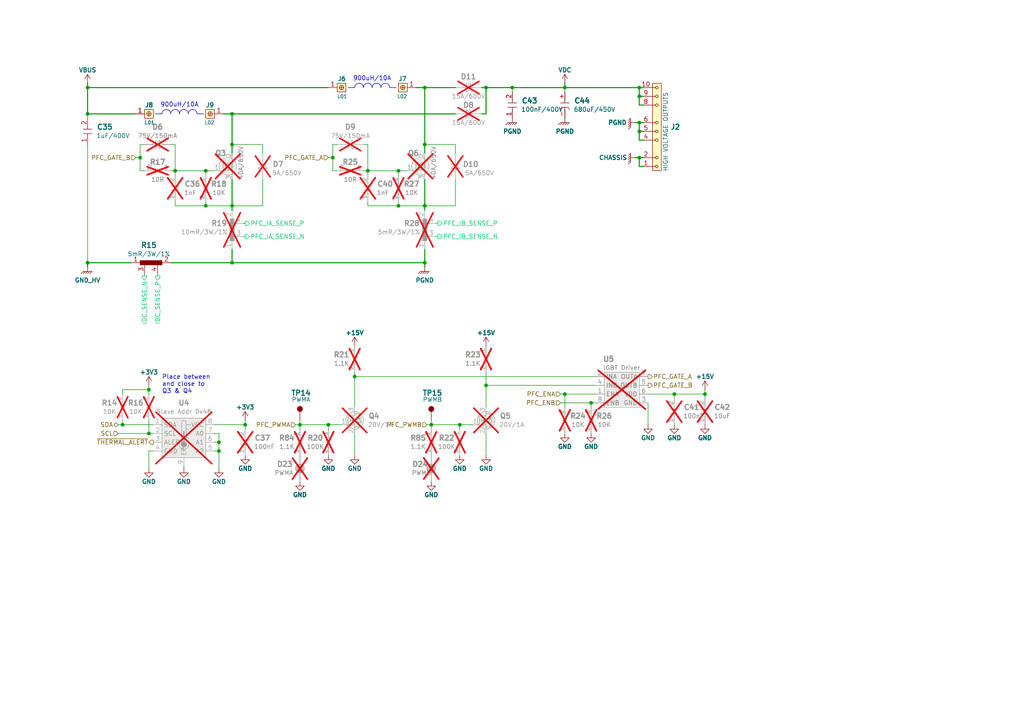
<source format=kicad_sch>
(kicad_sch (version 20231120) (generator "eeschema") (generator_version "8.0")
  (paper "A4")
  (title_block (title "POWER SUPPLY UNIT") (date "2023-10-14") (rev "0.0") (company "TON DUC THANG UNIVERSITY") (comment 1 "Schematic Designed by ...") (comment 2 "PCB Designed by ...") (comment 3 "Approved by ..."))
  (lib_symbols
    (symbol "SAMPI:AT30TS74"
      (property "Reference" "U" (at 0 0 0))
      (property "Value" "AT30TS74" (at 0 -1.905 0))
      (symbol "AT30TS74_1_1"
        (pin bidirectional line (at -2.54 -5.08 0) (length 2.54) (name "SDA") (number "1"))
        (pin input line (at -2.54 -7.62 0) (length 2.54) (name "SCL") (number "2"))
        (pin output line (at -2.54 -10.16 0) (length 2.54) (name "ALERT") (number "3"))
        (pin power_in line (at -2.54 -12.7 0) (length 2.54) (name "GND") (number "4"))
        (pin input line (at 15.24 -12.7 180) (length 2.54) (name "A2") (number "5"))
        (pin input line (at 15.24 -10.16 180) (length 2.54) (name "A1") (number "6"))
        (pin input line (at 15.24 -7.62 180) (length 2.54) (name "A0") (number "7"))
        (pin power_in line (at 15.24 -5.08 180) (length 2.54) (name "VCC") (number "8"))
        (pin passive line (at 6.35 -17.145 90) (length 2.54) (name "EP") (number "9"))
      )
    )
    (symbol "SAMPI:BLED" (pin_numbers hide) (pin_names hide)
      (property "Reference" "D" (at 0 0 0))
      (property "Value" "BLED" (at 0 -1.905 0))
      (symbol "BLED_1_1"
        (pin bidirectional line (at -1.905 -4.445 0) (length 2.54) (name "A") (number "A"))
        (pin bidirectional line (at 5.715 -4.445 180) (length 2.54) (name "K") (number "K"))
      )
    )
    (symbol "SAMPI:CERCAP" (pin_names hide)
      (property "Reference" "C" (at -1.905 1.905 0))
      (property "Value" "CerCap" (at -1.905 0 0))
      (symbol "CERCAP_1_1"
        (pin bidirectional line (at -2.54 -2.54 0) (length 2.54) (name "1") (number "1"))
        (pin bidirectional line (at 5.08 -2.54 180) (length 2.54) (name "2") (number "2"))
      )
    )
    (symbol "SAMPI:CHASSIS" (power) (pin_names (offset 0))
      (property "Value" "CHASSIS" (at 0 -3.81 0))
      (symbol "CHASSIS_1_1"
        (pin power_in line (at 0 0 180) (length 0) hide (name "CHASSIS") (number "1"))
      )
    )
    (symbol "SAMPI:DIODE-REC" (pin_numbers hide) (pin_names hide)
      (property "Reference" "D" (at -3.175 0 0))
      (property "Value" "DIODE-REC" (at -3.175 -1.905 0))
      (symbol "DIODE-REC_1_1"
        (pin bidirectional line (at -3.175 -4.445 0) (length 2.54) (name "A") (number "A"))
        (pin bidirectional line (at 4.445 -4.445 180) (length 2.54) (name "K") (number "K"))
      )
    )
    (symbol "SAMPI:DIODE-SCH" (pin_numbers hide) (pin_names hide)
      (property "Reference" "D" (at 0 0 0))
      (property "Value" "DIODE-SCH" (at 0 -1.905 0))
      (symbol "DIODE-SCH_1_1"
        (pin bidirectional line (at 0 -5.08 0) (length 2.54) (name "A") (number "A"))
        (pin bidirectional line (at 7.62 -5.08 180) (length 2.54) (name "K") (number "K"))
      )
    )
    (symbol "SAMPI:ELECCAP" (pin_names hide)
      (property "Reference" "C" (at -1.905 1.905 0))
      (property "Value" "Cer Cap" (at -1.905 0 0))
      (symbol "ELECCAP_1_1"
        (pin bidirectional line (at -2.54 -2.54 0) (length 2.54) (name "+") (number "+"))
        (pin bidirectional line (at 5.08 -2.54 180) (length 2.54) (name "-") (number "-"))
      )
    )
    (symbol "SAMPI:FET_N-CH" (pin_names hide)
      (property "Reference" "Q" (at 1.27 1.27 0))
      (property "Value" "MFET N" (at 1.27 -1.27 0))
      (symbol "FET_N-CH_1_1"
        (pin bidirectional line (at 0 -5.08 0) (length 1.27) (name "G") (number "1"))
        (pin bidirectional line (at 3.81 -7.62 90) (length 1.27) (name "S") (number "2"))
        (pin bidirectional line (at 3.81 0 270) (length 1.27) (name "D") (number "3"))
      )
    )
    (symbol "SAMPI:GND_HV" (power) (pin_names (offset 0))
      (property "Value" "GND_HV" (at -0.635 -3.175 0))
      (symbol "GND_HV_1_1"
        (pin power_in line (at 0 0 90) (length 0) hide (name "GND_HV") (number "1"))
      )
    )
    (symbol "SAMPI:IGBT" (pin_names hide)
      (property "Reference" "Q" (at 0 0 0))
      (property "Value" "IGBT" (at 0 -2.54 0))
      (symbol "IGBT_1_1"
        (pin bidirectional line (at 2.54 -6.35 0) (length 1.27) (name "G") (number "1"))
        (pin bidirectional line (at 7.62 -1.27 270) (length 1.27) (name "D") (number "2"))
        (pin bidirectional line (at 7.62 -8.89 90) (length 1.27) (name "S") (number "3"))
      )
    )
    (symbol "SAMPI:MCP14E4"
      (property "Reference" "U" (at 0 0 0))
      (property "Value" "MCP14E4" (at 0 -1.905 0))
      (symbol "MCP14E4_1_1"
        (pin input line (at -2.54 -9.525 0) (length 2.54) (name "ENA") (number "1"))
        (pin input line (at -2.54 -4.445 0) (length 2.54) (name "INA") (number "2"))
        (pin power_in line (at 12.7 -12.065 180) (length 2.54) (name "GND") (number "3"))
        (pin input line (at -2.54 -6.985 0) (length 2.54) (name "INB") (number "4"))
        (pin output line (at 12.7 -6.985 180) (length 2.54) (name "OUTB") (number "5"))
        (pin power_in line (at 12.7 -9.525 180) (length 2.54) (name "VDD") (number "6"))
        (pin output line (at 12.7 -4.445 180) (length 2.54) (name "OUTA") (number "7"))
        (pin input line (at -2.54 -12.065 0) (length 2.54) (name "ENB") (number "8"))
      )
    )
    (symbol "SAMPI:PGND" (power) (pin_names (offset 0))
      (property "Value" "PGND" (at 0 -3.175 0))
      (symbol "PGND_1_1"
        (pin power_in line (at 0 0 90) (length 0) hide (name "PGND") (number "1"))
      )
    )
    (symbol "SAMPI:RES" (pin_names hide)
      (property "Reference" "R" (at 0 1.905 0))
      (property "Value" "RES" (at 0 0 0))
      (symbol "RES_1_1"
        (pin bidirectional line (at -2.54 -2.54 0) (length 2.54) (name "1") (number "1"))
        (pin bidirectional line (at 5.08 -2.54 180) (length 2.54) (name "2") (number "2"))
      )
    )
    (symbol "SAMPI:SHUNT" (pin_names hide)
      (property "Reference" "R" (at 0 0 0))
      (property "Value" "SHUNT" (at 0 -1.905 0))
      (symbol "SHUNT_1_1"
        (pin passive line (at -2.54 -4.445 0) (length 2.54) (name "1") (number "1"))
        (pin passive line (at 8.89 -4.445 180) (length 2.54) (name "2") (number "2"))
        (pin passive line (at 1.27 -7.62 90) (length 2.54) (name "3") (number "3"))
        (pin passive line (at 5.08 -7.62 90) (length 2.54) (name "4") (number "4"))
      )
    )
    (symbol "SAMPI:SIL01" (pin_names hide)
      (property "Reference" "J" (at 0 0 0))
      (property "Value" "SIL01" (at 0 -1.905 0))
      (symbol "SIL01_1_1"
        (pin bidirectional line (at -3.81 -4.445 0) (length 2.54) (name "1") (number "1"))
      )
    )
    (symbol "SAMPI:SIL10" (pin_names hide)
      (property "Reference" "J2" (at 7.62 -15.24 0))
      (property "Value" "HIGH VOLTAGE OUTPUTS" (at 6.35 -25.4 90))
      (symbol "SIL10_1_0"
        (pin passive line (at 0 -3.81 0) (length 1.27) (name "1") (number "1"))
        (pin passive line (at 0 -26.67 0) (length 1.27) (name "10") (number "10"))
        (pin passive line (at 0 -6.35 0) (length 1.27) (name "2") (number "2"))
        (pin passive line (at 0 -11.43 0) (length 1.27) (name "4") (number "4"))
        (pin passive line (at 0 -13.97 0) (length 1.27) (name "5") (number "5"))
        (pin passive line (at 0 -16.51 0) (length 1.27) (name "6") (number "6"))
        (pin passive line (at 0 -21.59 0) (length 1.27) (name "8") (number "8"))
        (pin passive line (at 0 -24.13 0) (length 1.27) (name "9") (number "9"))
      )
    )
    (symbol "SAMPI:TESTPOINT" (pin_numbers hide) (pin_names hide)
      (property "Reference" "TP1" (at 0 4.445 0))
      (property "Value" "TP" (at 0 2.54 0))
      (symbol "TESTPOINT_1_1"
        (pin passive line (at 0 -2.54 90) (length 2.54) (name "") (number "1"))
      )
    )
    (symbol "SAMPI:YLED" (pin_numbers hide) (pin_names hide)
      (property "Reference" "D" (at 0 0 0))
      (property "Value" "YLED" (at 1.27 -1.905 0))
      (symbol "YLED_1_1"
        (pin bidirectional line (at -3.81 -5.08 0) (length 2.54) (name "A") (number "A"))
        (pin bidirectional line (at 3.81 -5.08 180) (length 2.54) (name "K") (number "K"))
      )
    )
    (symbol "power:+15V" (power) (pin_names (offset 0))
      (property "Value" "+15V" (at 0 3.556 0))
      (symbol "+15V_1_1"
        (pin power_in line (at 0 0 90) (length 0) hide (name "+15V") (number "1"))
      )
    )
    (symbol "power:+3V3" (power) (pin_names (offset 0))
      (property "Value" "+3V3" (at 0 3.556 0))
      (symbol "+3V3_1_1"
        (pin power_in line (at 0 0 90) (length 0) hide (name "+3V3") (number "1"))
      )
    )
    (symbol "power:GND" (power) (pin_names (offset 0))
      (property "Value" "GND" (at 0 -3.81 0))
      (symbol "GND_1_1"
        (pin power_in line (at 0 0 270) (length 0) hide (name "GND") (number "1"))
      )
    )
    (symbol "power:VBUS" (power) (pin_names (offset 0))
      (property "Value" "VBUS" (at 0 3.81 0))
      (symbol "VBUS_1_1"
        (pin power_in line (at 0 0 90) (length 0) hide (name "VBUS") (number "1"))
      )
    )
    (symbol "power:VDC" (power) (pin_names (offset 0))
      (property "Value" "VDC" (at 0 6.35 0))
      (symbol "VDC_1_1"
        (pin power_in line (at 0 0 90) (length 0) hide (name "VDC") (number "1"))
      )
    )
  )
  (junction (at 106.68 49.53))
  (junction (at 185.42 35.56))
  (junction (at 86.995 123.19))
  (junction (at 133.35 123.19))
  (junction (at 40.64 45.72))
  (junction (at 25.4 76.2))
  (junction (at 185.42 27.94))
  (junction (at 185.42 25.4))
  (junction (at 185.42 45.72))
  (junction (at 140.97 25.4))
  (junction (at 148.59 25.4))
  (junction (at 102.87 109.22))
  (junction (at 140.97 111.76))
  (junction (at 96.52 45.72))
  (junction (at 50.8 49.53))
  (junction (at 125.095 123.19))
  (junction (at 123.19 41.91))
  (junction (at 25.4 25.4))
  (junction (at 35.56 123.19))
  (junction (at 163.83 25.4))
  (junction (at 123.19 59.69))
  (junction (at 63.5 128.27))
  (junction (at 185.42 38.1))
  (junction (at 204.47 114.3))
  (junction (at 195.58 114.3))
  (junction (at 59.69 49.53))
  (junction (at 115.57 49.53))
  (junction (at 59.69 59.69))
  (junction (at 95.25 123.19))
  (junction (at 67.31 41.91))
  (junction (at 71.12 123.19))
  (junction (at 123.19 25.4))
  (junction (at 115.57 59.69))
  (junction (at 63.5 130.81))
  (junction (at 67.31 76.2))
  (junction (at 67.31 33.02))
  (junction (at 163.83 114.3))
  (junction (at 171.45 116.84))
  (junction (at 25.4 33.02))
  (junction (at 123.19 76.2))
  (junction (at 43.18 125.73))
  (junction (at 67.31 59.69))
  (junction (at 43.18 113.03))
  (wire (pts (xy 85.725 123.19) (xy 86.995 123.19)))
  (wire (pts (xy 123.19 52.07) (xy 123.19 59.69)) (stroke (width 0.3)))
  (wire (pts (xy 59.69 59.69) (xy 59.69 58.42)))
  (wire (pts (xy 49.53 76.2) (xy 67.31 76.2)) (stroke (width 0.3)))
  (wire (pts (xy 63.5 125.73) (xy 62.23 125.73)))
  (wire (pts (xy 186.69 48.26) (xy 185.42 48.26)) (stroke (width 0.3)))
  (wire (pts (xy 106.68 49.53) (xy 115.57 49.53)))
  (wire (pts (xy 76.2 52.07) (xy 76.2 59.69)))
  (wire (pts (xy 96.52 49.53) (xy 96.52 45.72)))
  (wire (pts (xy 105.41 41.91) (xy 106.68 41.91)))
  (wire (pts (xy 35.56 121.92) (xy 35.56 123.19)))
  (wire (pts (xy 86.995 123.19) (xy 86.995 124.46)))
  (wire (pts (xy 67.31 59.69) (xy 67.31 60.96)) (stroke (width 0.3)))
  (wire (pts (xy 102.87 107.95) (xy 102.87 109.22)))
  (wire (pts (xy 115.57 59.69) (xy 123.19 59.69)))
  (wire (pts (xy 163.83 24.13) (xy 163.83 25.4)) (stroke (width 0.3)))
  (wire (pts (xy 49.53 41.91) (xy 50.8 41.91)))
  (wire (pts (xy 132.08 41.91) (xy 123.19 41.91)))
  (wire (pts (xy 67.31 59.69) (xy 76.2 59.69)))
  (wire (pts (xy 95.25 124.46) (xy 95.25 123.19)))
  (wire (pts (xy 162.56 114.3) (xy 163.83 114.3)))
  (wire (pts (xy 25.4 33.02) (xy 25.4 34.29)))
  (wire (pts (xy 185.42 48.26) (xy 185.42 45.72)) (stroke (width 0.3)))
  (wire (pts (xy 123.19 25.4) (xy 132.08 25.4)) (stroke (width 0.3)))
  (wire (pts (xy 123.825 123.19) (xy 125.095 123.19)))
  (wire (pts (xy 43.18 125.73) (xy 44.45 125.73)))
  (wire (pts (xy 123.19 59.69) (xy 123.19 60.96)) (stroke (width 0.3)))
  (wire (pts (xy 67.31 33.02) (xy 132.08 33.02)) (stroke (width 0.3)))
  (wire (pts (xy 71.12 123.19) (xy 71.12 124.46)))
  (wire (pts (xy 123.19 59.69) (xy 132.08 59.69)))
  (wire (pts (xy 123.19 72.39) (xy 123.19 76.2)) (stroke (width 0.3)))
  (wire (pts (xy 171.45 116.84) (xy 172.72 116.84)))
  (wire (pts (xy 106.68 59.69) (xy 115.57 59.69)))
  (wire (pts (xy 105.41 49.53) (xy 106.68 49.53)))
  (wire (pts (xy 125.095 121.92) (xy 125.095 123.19)))
  (wire (pts (xy 49.53 49.53) (xy 50.8 49.53)))
  (wire (pts (xy 50.8 49.53) (xy 50.8 50.8)))
  (wire (pts (xy 64.77 33.02) (xy 67.31 33.02)) (stroke (width 0.3)))
  (wire (pts (xy 185.42 27.94) (xy 186.69 27.94)) (stroke (width 0.3)))
  (wire (pts (xy 25.4 25.4) (xy 95.25 25.4)) (stroke (width 0.3)))
  (wire (pts (xy 95.25 45.72) (xy 96.52 45.72)))
  (wire (pts (xy 25.4 25.4) (xy 25.4 33.02)) (stroke (width 0.3)))
  (wire (pts (xy 186.69 25.4) (xy 185.42 25.4)) (stroke (width 0.3)))
  (wire (pts (xy 67.31 72.39) (xy 67.31 76.2)) (stroke (width 0.3)))
  (wire (pts (xy 25.4 24.13) (xy 25.4 25.4)) (stroke (width 0.3)))
  (polyline (pts (xy 102.235 25.4) (xy 102.87 25.4)))
  (wire (pts (xy 67.31 52.07) (xy 67.31 59.69)) (stroke (width 0.3)))
  (wire (pts (xy 171.45 118.11) (xy 171.45 116.84)))
  (polyline (pts (xy 100.965 25.4) (xy 102.235 25.4)))
  (wire (pts (xy 40.64 45.72) (xy 40.64 41.91)))
  (wire (pts (xy 172.72 114.3) (xy 163.83 114.3)))
  (wire (pts (xy 96.52 45.72) (xy 96.52 41.91)))
  (wire (pts (xy 86.995 121.92) (xy 86.995 123.19)))
  (wire (pts (xy 35.56 113.03) (xy 43.18 113.03)))
  (wire (pts (xy 39.37 45.72) (xy 40.64 45.72)))
  (wire (pts (xy 96.52 41.91) (xy 97.79 41.91)))
  (wire (pts (xy 106.68 49.53) (xy 106.68 50.8)))
  (wire (pts (xy 185.42 40.64) (xy 185.42 38.1)) (stroke (width 0.3)))
  (wire (pts (xy 106.68 41.91) (xy 106.68 49.53)))
  (wire (pts (xy 139.7 33.02) (xy 140.97 33.02)) (stroke (width 0.3)))
  (wire (pts (xy 185.42 25.4) (xy 185.42 27.94)) (stroke (width 0.3)))
  (wire (pts (xy 185.42 27.94) (xy 185.42 30.48)) (stroke (width 0.3)))
  (wire (pts (xy 40.64 49.53) (xy 40.64 45.72)))
  (wire (pts (xy 97.79 49.53) (xy 96.52 49.53)))
  (wire (pts (xy 43.18 130.81) (xy 44.45 130.81)))
  (wire (pts (xy 34.29 123.19) (xy 35.56 123.19)))
  (wire (pts (xy 35.56 114.3) (xy 35.56 113.03)))
  (wire (pts (xy 67.31 76.2) (xy 123.19 76.2)) (stroke (width 0.3)))
  (wire (pts (xy 59.69 49.53) (xy 59.69 50.8)))
  (wire (pts (xy 163.83 114.3) (xy 163.83 118.11)))
  (wire (pts (xy 40.64 41.91) (xy 41.91 41.91)))
  (wire (pts (xy 163.83 25.4) (xy 185.42 25.4)) (stroke (width 0.3)))
  (wire (pts (xy 25.4 76.2) (xy 38.1 76.2)) (stroke (width 0.3)))
  (wire (pts (xy 95.25 123.19) (xy 99.06 123.19)))
  (wire (pts (xy 106.68 59.69) (xy 106.68 58.42)))
  (wire (pts (xy 187.96 114.3) (xy 195.58 114.3)))
  (wire (pts (xy 187.96 116.84) (xy 187.96 123.19)))
  (polyline (pts (xy 57.785 33.02) (xy 59.055 33.02)))
  (wire (pts (xy 25.4 33.02) (xy 39.37 33.02)) (stroke (width 0.3)))
  (wire (pts (xy 140.97 111.76) (xy 140.97 118.11)))
  (wire (pts (xy 148.59 25.4) (xy 163.83 25.4)) (stroke (width 0.3)))
  (wire (pts (xy 185.42 45.72) (xy 186.69 45.72)) (stroke (width 0.3)))
  (wire (pts (xy 102.87 109.22) (xy 102.87 118.11)))
  (wire (pts (xy 53.34 135.255) (xy 53.34 135.89)))
  (wire (pts (xy 25.4 41.91) (xy 25.4 76.2)))
  (wire (pts (xy 50.8 59.69) (xy 59.69 59.69)))
  (wire (pts (xy 115.57 59.69) (xy 115.57 58.42)))
  (wire (pts (xy 140.97 25.4) (xy 148.59 25.4)) (stroke (width 0.3)))
  (wire (pts (xy 132.08 52.07) (xy 132.08 59.69)))
  (wire (pts (xy 115.57 49.53) (xy 118.11 49.53)))
  (wire (pts (xy 133.35 123.19) (xy 125.095 123.19)))
  (wire (pts (xy 102.87 132.08) (xy 102.87 125.73)))
  (wire (pts (xy 71.12 68.58) (xy 70.485 68.58)))
  (wire (pts (xy 50.8 41.91) (xy 50.8 49.53)))
  (polyline (pts (xy 57.15 33.02) (xy 57.785 33.02)))
  (wire (pts (xy 62.23 123.19) (xy 71.12 123.19)))
  (wire (pts (xy 123.19 41.91) (xy 123.19 44.45)) (stroke (width 0.3)))
  (wire (pts (xy 162.56 116.84) (xy 171.45 116.84)))
  (wire (pts (xy 127 64.77) (xy 126.365 64.77)))
  (wire (pts (xy 62.23 130.81) (xy 63.5 130.81)))
  (wire (pts (xy 67.31 41.91) (xy 67.31 44.45)) (stroke (width 0.3)))
  (wire (pts (xy 43.18 135.89) (xy 43.18 130.81)))
  (wire (pts (xy 71.12 64.77) (xy 70.485 64.77)))
  (wire (pts (xy 185.42 38.1) (xy 185.42 35.56)) (stroke (width 0.3)))
  (wire (pts (xy 123.19 76.2) (xy 123.19 77.47)) (stroke (width 0.3)))
  (wire (pts (xy 71.12 121.92) (xy 71.12 123.19)))
  (wire (pts (xy 204.47 114.3) (xy 204.47 115.57)))
  (wire (pts (xy 133.35 124.46) (xy 133.35 123.19)))
  (wire (pts (xy 133.35 123.19) (xy 137.16 123.19)))
  (wire (pts (xy 41.91 49.53) (xy 40.64 49.53)))
  (polyline (pts (xy 113.665 25.4) (xy 114.935 25.4)))
  (wire (pts (xy 185.42 38.1) (xy 186.69 38.1)) (stroke (width 0.3)))
  (wire (pts (xy 204.47 113.03) (xy 204.47 114.3)))
  (wire (pts (xy 139.7 25.4) (xy 140.97 25.4)) (stroke (width 0.3)))
  (wire (pts (xy 35.56 123.19) (xy 44.45 123.19)))
  (wire (pts (xy 127 68.58) (xy 126.365 68.58)))
  (wire (pts (xy 140.97 25.4) (xy 140.97 33.02)) (stroke (width 0.3)))
  (wire (pts (xy 195.58 114.3) (xy 195.58 115.57)))
  (wire (pts (xy 120.65 25.4) (xy 123.19 25.4)) (stroke (width 0.3)))
  (wire (pts (xy 184.15 35.56) (xy 185.42 35.56)) (stroke (width 0.3)))
  (wire (pts (xy 50.8 49.53) (xy 59.69 49.53)))
  (wire (pts (xy 148.59 25.4) (xy 148.59 26.67)))
  (wire (pts (xy 41.91 80.01) (xy 41.91 79.375)))
  (wire (pts (xy 63.5 128.27) (xy 63.5 125.73)))
  (wire (pts (xy 43.18 113.03) (xy 43.18 114.3)))
  (wire (pts (xy 185.42 35.56) (xy 186.69 35.56)) (stroke (width 0.3)))
  (wire (pts (xy 102.87 109.22) (xy 172.72 109.22)))
  (wire (pts (xy 186.69 30.48) (xy 185.42 30.48)) (stroke (width 0.3)))
  (wire (pts (xy 140.97 107.95) (xy 140.97 111.76)))
  (wire (pts (xy 140.97 111.76) (xy 172.72 111.76)))
  (wire (pts (xy 62.23 128.27) (xy 63.5 128.27)))
  (wire (pts (xy 76.2 41.91) (xy 67.31 41.91)))
  (wire (pts (xy 43.18 111.76) (xy 43.18 113.03)))
  (wire (pts (xy 67.31 33.02) (xy 67.31 41.91)) (stroke (width 0.3)))
  (wire (pts (xy 59.69 59.69) (xy 67.31 59.69)))
  (wire (pts (xy 184.15 45.72) (xy 185.42 45.72)) (stroke (width 0.3)))
  (wire (pts (xy 86.995 123.19) (xy 95.25 123.19)))
  (wire (pts (xy 45.72 80.01) (xy 45.72 79.375)))
  (polyline (pts (xy 113.03 25.4) (xy 113.665 25.4)))
  (wire (pts (xy 63.5 130.81) (xy 63.5 128.27)))
  (wire (pts (xy 50.8 59.69) (xy 50.8 58.42)))
  (wire (pts (xy 125.095 123.19) (xy 125.095 124.46)))
  (polyline (pts (xy 45.085 33.02) (xy 46.355 33.02)))
  (wire (pts (xy 43.18 121.92) (xy 43.18 125.73)))
  (wire (pts (xy 132.08 44.45) (xy 132.08 41.91)))
  (wire (pts (xy 140.97 132.08) (xy 140.97 125.73)))
  (wire (pts (xy 163.83 25.4) (xy 163.83 26.67)))
  (wire (pts (xy 195.58 114.3) (xy 204.47 114.3)))
  (wire (pts (xy 186.69 40.64) (xy 185.42 40.64)) (stroke (width 0.3)))
  (wire (pts (xy 123.19 25.4) (xy 123.19 41.91)) (stroke (width 0.3)))
  (wire (pts (xy 59.69 49.53) (xy 62.23 49.53)))
  (wire (pts (xy 63.5 135.89) (xy 63.5 130.81)))
  (wire (pts (xy 115.57 49.53) (xy 115.57 50.8)))
  (polyline (pts (xy 46.355 33.02) (xy 46.99 33.02)))
  (wire (pts (xy 76.2 44.45) (xy 76.2 41.91)))
  (wire (pts (xy 34.29 125.73) (xy 43.18 125.73)))
  (wire (pts (xy 25.4 76.2) (xy 25.4 77.47)) (stroke (width 0.3)))
  (arc (start 49.525 33.03) (mid 49.8973 32.1338) (end 50.795 31.76))
  (arc (start 104.14 24.125) (mid 105.0398 24.4967) (end 105.41 25.395))
  (arc (start 52.065 33.03) (mid 52.4373 32.1338) (end 53.335 31.76))
  (arc (start 102.87 25.4) (mid 103.242 24.502) (end 104.14 24.13))
  (arc (start 46.99 33.02) (mid 47.362 32.122) (end 48.26 31.75))
  (arc (start 48.26 31.745) (mid 49.1562 32.1173) (end 49.53 33.015))
  (arc (start 50.795 31.755) (mid 51.6945 32.1255) (end 52.065 33.025))
  (arc (start 106.675 24.135) (mid 107.5745 24.5055) (end 107.945 25.405))
  (arc (start 109.215 24.135) (mid 110.1145 24.5055) (end 110.485 25.405))
  (arc (start 111.755 24.135) (mid 112.6545 24.5055) (end 113.025 25.405))
  (arc (start 54.605 33.03) (mid 54.9773 32.1338) (end 55.875 31.76))
  (arc (start 55.875 31.755) (mid 56.7745 32.1255) (end 57.145 33.025))
  (arc (start 107.945 25.41) (mid 108.3167 24.5102) (end 109.215 24.14))
  (arc (start 105.405 25.41) (mid 105.7767 24.5102) (end 106.675 24.14))
  (arc (start 53.335 31.755) (mid 54.2345 32.1255) (end 54.605 33.025))
  (arc (start 110.485 25.41) (mid 110.8567 24.5102) (end 111.755 24.14))
  (text "Place between\nand close to\nQ3 & Q4" (at 46.99 114.3 0) (effects (font (size 1.27 1.27)) (justify left bottom)))
  (text "900uH/10A" (at 52.07 30.48 0) (effects (font (size 1.27 1.27))))
  (text "900uH/10A" (at 107.95 22.86 0) (effects (font (size 1.27 1.27))))
  (hierarchical_label "~{THERMAL_ALERT}" (shape output) (at 44.45 128.27 180))
  (hierarchical_label "PFC_GATE_B" (shape output) (at 187.96 111.76 0))
  (hierarchical_label "PFC_IB_SENSE_N" (shape output) (at 127 68.58 0))
  (hierarchical_label "PFC_IA_SENSE_N" (shape output) (at 71.12 68.58 0))
  (hierarchical_label "PFC_GATE_A" (shape input) (at 95.25 45.72 180))
  (hierarchical_label "SDA" (shape bidirectional) (at 34.29 123.19 180))
  (hierarchical_label "PFC_ENA" (shape input) (at 162.56 114.3 180))
  (hierarchical_label "SCL" (shape input) (at 34.29 125.73 180))
  (hierarchical_label "PFC_PWMA" (shape input) (at 85.725 123.19 180))
  (hierarchical_label "PFC_PWMB" (shape input) (at 123.825 123.19 180))
  (hierarchical_label "PFC_GATE_A" (shape output) (at 187.96 109.22 0))
  (hierarchical_label "PFC_ENB" (shape input) (at 162.56 116.84 180))
  (hierarchical_label "PFC_GATE_B" (shape input) (at 39.37 45.72 180))
  (hierarchical_label "PFC_IB_SENSE_P" (shape output) (at 127 64.77 0))
  (hierarchical_label "IDC_SENSE_P" (shape output) (at 45.72 80.01 270))
  (hierarchical_label "IDC_SENSE_N" (shape output) (at 41.91 80.01 270))
  (hierarchical_label "PFC_IA_SENSE_P" (shape output) (at 71.12 64.77 0))
  (symbol (lib_id "SAMPI:MCP14E4") (at 175.26 104.775 0) (unit 1) (in_bom no) (dnp yes)
    (property "Reference" "U5" (at 176.53 104.14 0) (effects (font (size 1.5 1.5) (bold yes))))
    (property "Value" "IGBT Driver" (at 180.34 106.68 0))
    (property "Footprint" "SAMPI:SOIC8_3.9_MCHP" (effects (hide yes)))
    (property "Description" "IC GATE DRVR LOW-SIDE 8SOIC" (effects (hide yes)))
    (property "MNP" "MCP14E4T-E/SN" (effects (hide yes)))
    (property "MFT" "Microchip" (effects (hide yes)))
    (property "Unit Price" "2.45" (effects (hide yes)))
    (property "Checked" "OK" (effects (hide yes)))
  )
  (symbol (lib_id "power:GND") (at 204.47 123.19 0) (unit 1)
    (property "Reference" "#PWR076" (effects (hide yes)))
    (property "Value" "GND" (at 204.47 127 0) (effects (font (bold yes))))
  )
  (symbol (lib_id "power:+15V") (at 102.87 100.33 0) (unit 1)
    (property "Reference" "#PWR062" (effects (hide yes)))
    (property "Value" "+15V" (at 102.87 96.52 0) (effects (font (bold yes))))
  )
  (symbol (lib_id "SAMPI:PGND") (at 123.19 77.47 0) (unit 1)
    (property "Reference" "#PWR072" (effects (hide yes)))
    (property "Value" "PGND" (at 123.19 81.28 0) (effects (font (bold yes))))
  )
  (symbol (lib_id "SAMPI:RES") (at 135.89 127 270) (unit 1) (in_bom no) (dnp yes)
    (property "Reference" "R22" (at 129.54 127 90) (effects (font (size 1.5 1.5) (bold yes))))
    (property "Value" "100K" (at 129.54 129.54 90))
    (property "Footprint" "SAMPI:RES0603" (effects (hide yes)))
    (property "Description" "RES 100K OHM 1% 1/10W 0603" (effects (hide yes)))
    (property "MFT" "YAGEO" (effects (hide yes)))
    (property "Unit Price" "0.019" (effects (hide yes)))
    (property "MNP" "RC0603FR-07100KL" (effects (hide yes)))
    (property "Checked" "OK" (effects (hide yes)))
  )
  (symbol (lib_id "SAMPI:DIODE-SCH") (at 132.08 20.32 0) (unit 1) (in_bom no) (dnp yes)
    (property "Reference" "D11" (at 135.89 22.225 0) (effects (font (size 1.5 1.5) (bold yes))))
    (property "Value" "15A/600V" (at 135.89 27.94 0))
    (property "Footprint" "SAMPI:TO-220" (effects (hide yes)))
    (property "Description" "DIODE GP 600V 15A TO220" (effects (hide yes)))
    (property "MNP" "APT15DQ60KG" (effects (hide yes)))
    (property "MFT" "Microchip" (effects (hide yes)))
    (property "Unit Price" "0.7" (effects (hide yes)))
    (property "Checked" "OK" (effects (hide yes)))
  )
  (symbol (lib_id "SAMPI:CERCAP") (at 201.93 120.65 90) (unit 1) (in_bom no) (dnp yes)
    (property "Reference" "C42" (at 207.01 118.1099 90) (effects (font (size 1.5 1.5) (bold yes)) (justify right)))
    (property "Value" "10uF" (at 207.01 120.6499 90) (effects (justify right)))
    (property "Footprint" "SAMPI:CAP0603" (effects (hide yes)))
    (property "Description" "CAP CER 10UF 6.3V X5R 0603" (effects (hide yes)))
    (property "MFT" "Samsung" (effects (hide yes)))
    (property "Unit Price" "0.079" (effects (hide yes)))
    (property "MNP" "CL10A106MQ8NNNC" (effects (hide yes)))
    (property "Checked" "OK" (effects (hide yes)))
  )
  (symbol (lib_id "SAMPI:RES") (at 33.02 119.38 90) (unit 1) (in_bom no) (dnp yes)
    (property "Reference" "R14" (at 31.75 116.84 90) (effects (font (size 1.5 1.5) (bold yes))))
    (property "Value" "10K" (at 31.75 119.38 90))
    (property "Footprint" "SAMPI:RES0603" (effects (hide yes)))
    (property "Description" "RES 10K OHM 1% 1/10W 0603" (effects (hide yes)))
    (property "MFT" "YAGEO" (effects (hide yes)))
    (property "Unit Price" "0.019" (effects (hide yes)))
    (property "MNP" "RC0603FR-0710KL" (effects (hide yes)))
    (property "Checked" "OK" (effects (hide yes)))
  )
  (symbol (lib_id "SAMPI:SIL01") (at 116.84 20.955 0) (mirror y) (unit 1) (in_bom no)
    (property "Reference" "J7" (at 118.11 22.86 0) (effects (font (bold yes)) (justify left)))
    (property "Value" "L02" (at 118.11 27.94 0) (effects (font (size 1.016 1.016)) (justify left)))
    (property "Footprint" "SAMPI:PAD01-2516" (effects (hide yes)))
  )
  (symbol (lib_id "SAMPI:CERCAP") (at 73.66 129.54 270) (mirror x) (unit 1) (in_bom no) (dnp yes)
    (property "Reference" "C37" (at 73.66 126.9999 90) (effects (font (size 1.5 1.5) (bold yes)) (justify left)))
    (property "Value" "100nF" (at 73.66 129.5399 90) (effects (justify left)))
    (property "Footprint" "SAMPI:CAP0603" (effects (hide yes)))
    (property "Description" "CAP CER 0.1UF 50V X7R 0603" (effects (hide yes)))
    (property "MFT" "Samsung" (effects (hide yes)))
    (property "Unit Price" "0.0146" (effects (hide yes)))
    (property "MNP" "CL10B104KB8NNNC" (effects (hide yes)))
    (property "Checked" "OK" (effects (hide yes)))
  )
  (symbol (lib_id "power:GND") (at 171.45 125.73 0) (unit 1)
    (property "Reference" "#PWR071" (effects (hide yes)))
    (property "Value" "GND" (at 171.45 129.54 0) (effects (font (bold yes))))
  )
  (symbol (lib_id "SAMPI:YLED") (at 81.915 135.89 90) (mirror x) (unit 1) (in_bom no) (dnp yes)
    (property "Reference" "D23" (at 85.09 134.6199 90) (effects (font (size 1.5 1.5) (bold yes)) (justify left)))
    (property "Value" "PWMA" (at 85.09 137.1599 90) (effects (justify left)))
    (property "Footprint" "SAMPI:LED0603" (effects (hide yes)))
    (property "Description" "LED WHITE 0603 SMD" (effects (hide yes)))
    (property "MFT" "Harvatek" (effects (hide yes)))
    (property "MNP" "B1931TW--20P000314U1930" (effects (hide yes)))
    (property "Checked" "OK" (effects (hide yes)))
  )
  (symbol (lib_id "power:GND") (at 187.96 123.19 0) (unit 1)
    (property "Reference" "#PWR073" (effects (hide yes)))
    (property "Value" "GND" (at 187.96 127 0) (effects (font (bold yes))))
  )
  (symbol (lib_id "power:GND") (at 163.83 125.73 0) (unit 1)
    (property "Reference" "#PWR070" (effects (hide yes)))
    (property "Value" "GND" (at 163.83 129.54 0) (effects (font (bold yes))))
  )
  (symbol (lib_id "SAMPI:CERCAP") (at 146.05 31.75 90) (unit 1)
    (property "Reference" "C43" (at 151.13 29.2099 90) (effects (font (size 1.5 1.5) (bold yes)) (justify right)))
    (property "Value" "100nF/400V" (at 151.13 31.7499 90) (effects (justify right)))
    (property "Footprint" "SAMPI:CAP_FILM_6.0x12.0x12.5-P10" (effects (hide yes)))
    (property "Description" "CAP FILM 0.1UF 20% 560VDC RADIAL" (effects (hide yes)))
    (property "MNP" "BFC233824104" (effects (hide yes)))
    (property "MFT" "VISHAY" (effects (hide yes)))
    (property "Unit Price" "1.5" (effects (hide yes)))
    (property "Checked" "OK" (effects (hide yes)))
  )
  (symbol (lib_id "SAMPI:PGND") (at 163.83 34.29 0) (unit 1)
    (property "Reference" "#PWR079" (effects (hide yes)))
    (property "Value" "PGND" (at 163.83 38.1 0) (effects (font (bold yes))))
  )
  (symbol (lib_id "SAMPI:SIL01") (at 99.06 20.955 0) (unit 1) (in_bom no)
    (property "Reference" "J6" (at 97.79 22.86 0) (effects (font (bold yes)) (justify left)))
    (property "Value" "L01" (at 97.79 27.94 0) (effects (font (size 1.016 1.016)) (justify left)))
    (property "Footprint" "SAMPI:PAD01-2516" (effects (hide yes)))
  )
  (symbol (lib_id "power:+15V") (at 204.47 113.03 0) (unit 1)
    (property "Reference" "#PWR075" (effects (hide yes)))
    (property "Value" "+15V" (at 204.47 109.22 0) (effects (font (bold yes))))
  )
  (symbol (lib_id "power:GND") (at 195.58 123.19 0) (unit 1)
    (property "Reference" "#PWR074" (effects (hide yes)))
    (property "Value" "GND" (at 195.58 127 0) (effects (font (bold yes))))
  )
  (symbol (lib_id "SAMPI:SHUNT") (at 40.64 71.755 0) (unit 1)
    (property "Reference" "R15" (at 43.18 71.12 0) (effects (font (size 1.5 1.5) (bold yes))))
    (property "Value" "5mR/3W/1%" (at 43.18 73.66 0))
    (property "Footprint" "SAMPI:SHU2512" (effects (hide yes)))
    (property "Description" "RES 0.005 OHM 1% 3W 2512" (effects (hide yes)))
    (property "MNP" "MSMA2512R0050FGM" (effects (hide yes)))
    (property "MFT" "Eaton" (effects (hide yes)))
    (property "Unit Price" "0.6" (effects (hide yes)))
    (property "Checked" "OK" (effects (hide yes)))
  )
  (symbol (lib_id "SAMPI:SHUNT") (at 118.745 69.85 90) (unit 1) (in_bom no) (dnp yes)
    (property "Reference" "R28" (at 121.92 64.77 90) (effects (font (size 1.5 1.5) (bold yes)) (justify left)))
    (property "Value" "5mR/3W/1%" (at 121.92 67.31 90) (effects (justify left)))
    (property "Footprint" "SAMPI:SHU2512" (effects (hide yes)))
    (property "Description" "RES 0.005 OHM 1% 3W 2512" (effects (hide yes)))
    (property "MNP" "MSMA2512R0050FGM" (effects (hide yes)))
    (property "MFT" "Eaton" (effects (hide yes)))
    (property "Unit Price" "0.6" (effects (hide yes)))
    (property "Checked" "OK" (effects (hide yes)))
  )
  (symbol (lib_id "SAMPI:RES") (at 84.455 129.54 90) (unit 1) (in_bom no) (dnp yes)
    (property "Reference" "R84" (at 83.185 127 90) (effects (font (size 1.5 1.5) (bold yes))))
    (property "Value" "1.1K" (at 83.185 129.54 90))
    (property "Footprint" "SAMPI:RES0603" (effects (hide yes)))
    (property "Description" "RES SMD 1.1K OHM 1% 1/10W 0603" (effects (hide yes)))
    (property "MFT" "YAGEO" (effects (hide yes)))
    (property "Unit Price" "0.021" (effects (hide yes)))
    (property "MNP" "AC0603FR-071K1L" (effects (hide yes)))
    (property "Checked" "OK" (effects (hide yes)))
  )
  (symbol (lib_id "SAMPI:IGBT") (at 59.69 43.18 0) (unit 1) (in_bom no) (dnp yes)
    (property "Reference" "Q3" (at 62.23 44.45 0) (effects (font (size 1.5 1.5) (bold yes)) (justify left)))
    (property "Value" "40A/650V" (at 69.85 52.07 90) (effects (justify left)))
    (property "Footprint" "SAMPI:TO-218AC-HF" (effects (hide yes)))
    (property "Description" "TRENCH GATE FIELD-STOP IGBT, HB" (effects (hide yes)))
    (property "MNP" "STGWT40HP65FB" (effects (hide yes)))
    (property "MFT" "ST" (effects (hide yes)))
    (property "Unit Price" "3.14" (effects (hide yes)))
    (property "Checked" "OK" (effects (hide yes)))
  )
  (symbol (lib_id "SAMPI:IGBT") (at 115.57 43.18 0) (unit 1) (in_bom no) (dnp yes)
    (property "Reference" "Q6" (at 118.11 44.45 0) (effects (font (size 1.5 1.5) (bold yes)) (justify left)))
    (property "Value" "40A/650V" (at 125.73 52.07 90) (effects (justify left)))
    (property "Footprint" "SAMPI:TO-218AC-HF" (effects (hide yes)))
    (property "Description" "TRENCH GATE FIELD-STOP IGBT, HB" (effects (hide yes)))
    (property "MNP" "STGWT40HP65FB" (effects (hide yes)))
    (property "MFT" "ST" (effects (hide yes)))
    (property "Unit Price" "3.14" (effects (hide yes)))
    (property "Checked" "OK" (effects (hide yes)))
  )
  (symbol (lib_id "SAMPI:PGND") (at 148.59 34.29 0) (unit 1)
    (property "Reference" "#PWR077" (effects (hide yes)))
    (property "Value" "PGND" (at 148.59 38.1 0) (effects (font (bold yes))))
  )
  (symbol (lib_id "SAMPI:FET_N-CH") (at 99.06 118.11 0) (unit 1) (in_bom no) (dnp yes)
    (property "Reference" "Q4" (at 106.68 120.6499 0) (effects (font (size 1.5 1.5) (bold yes)) (justify left)))
    (property "Value" "20V/1A" (at 106.68 123.1899 0) (effects (justify left)))
    (property "Footprint" "SAMPI:SOT23" (effects (hide yes)))
    (property "Description" "MOSFET N-CH 20 V 1.6A SOT-23-3" (effects (hide yes)))
    (property "MNP" "DMN2310U-7" (effects (hide yes)))
    (property "MFT" "Diodes" (effects (hide yes)))
    (property "Unit Price" "0.148" (effects (hide yes)))
    (property "Checked" "OK" (effects (hide yes)))
  )
  (symbol (lib_id "SAMPI:RES") (at 161.29 123.19 90) (unit 1) (in_bom no) (dnp yes)
    (property "Reference" "R24" (at 167.64 120.65 90) (effects (font (size 1.5 1.5) (bold yes))))
    (property "Value" "10K" (at 167.64 123.19 90))
    (property "Footprint" "SAMPI:RES0603" (effects (hide yes)))
    (property "Description" "RES 10K OHM 1% 1/10W 0603" (effects (hide yes)))
    (property "MFT" "YAGEO" (effects (hide yes)))
    (property "Unit Price" "0.019" (effects (hide yes)))
    (property "MNP" "RC0603FR-0710KL" (effects (hide yes)))
    (property "Checked" "OK" (effects (hide yes)))
  )
  (symbol (lib_id "power:GND") (at 133.35 132.08 0) (unit 1)
    (property "Reference" "#PWR065" (effects (hide yes)))
    (property "Value" "GND" (at 133.35 135.89 0) (effects (font (bold yes))))
  )
  (symbol (lib_id "SAMPI:TESTPOINT") (at 86.995 119.38 0) (unit 1) (in_bom no)
    (property "Reference" "TP14" (at 87.3125 113.9825 0) (effects (font (size 1.5 1.5) (bold yes))))
    (property "Value" "PWMA" (at 87.3125 115.8875 0))
    (property "Footprint" "SAMPI:TP1MM" (effects (hide yes)))
  )
  (symbol (lib_id "SAMPI:FET_N-CH") (at 137.16 118.11 0) (unit 1) (in_bom no) (dnp yes)
    (property "Reference" "Q5" (at 144.78 120.6499 0) (effects (font (size 1.5 1.5) (bold yes)) (justify left)))
    (property "Value" "20V/1A" (at 144.78 123.1899 0) (effects (justify left)))
    (property "Footprint" "SAMPI:SOT23" (effects (hide yes)))
    (property "Description" "MOSFET N-CH 20 V 1.6A SOT-23-3" (effects (hide yes)))
    (property "MNP" "DMN2310U-7" (effects (hide yes)))
    (property "MFT" "Diodes" (effects (hide yes)))
    (property "Unit Price" "0.148" (effects (hide yes)))
    (property "Checked" "OK" (effects (hide yes)))
  )
  (symbol (lib_id "SAMPI:RES") (at 168.91 123.19 90) (unit 1) (in_bom no) (dnp yes)
    (property "Reference" "R26" (at 175.26 120.65 90) (effects (font (size 1.5 1.5) (bold yes))))
    (property "Value" "10K" (at 175.26 123.19 90))
    (property "Footprint" "SAMPI:RES0603" (effects (hide yes)))
    (property "Description" "RES 10K OHM 1% 1/10W 0603" (effects (hide yes)))
    (property "MFT" "YAGEO" (effects (hide yes)))
    (property "Unit Price" "0.019" (effects (hide yes)))
    (property "MNP" "RC0603FR-0710KL" (effects (hide yes)))
    (property "Checked" "OK" (effects (hide yes)))
  )
  (symbol (lib_id "power:GND") (at 102.87 132.08 0) (unit 1)
    (property "Reference" "#PWR063" (effects (hide yes)))
    (property "Value" "GND" (at 102.87 135.89 0) (effects (font (bold yes))))
  )
  (symbol (lib_id "SAMPI:RES") (at 40.64 119.38 90) (unit 1) (in_bom no) (dnp yes)
    (property "Reference" "R16" (at 39.37 116.84 90) (effects (font (size 1.5 1.5) (bold yes))))
    (property "Value" "10K" (at 39.37 119.38 90))
    (property "Footprint" "SAMPI:RES0603" (effects (hide yes)))
    (property "Description" "RES 10K OHM 1% 1/10W 0603" (effects (hide yes)))
    (property "MFT" "YAGEO" (effects (hide yes)))
    (property "Unit Price" "0.019" (effects (hide yes)))
    (property "MNP" "RC0603FR-0710KL" (effects (hide yes)))
    (property "Checked" "OK" (effects (hide yes)))
  )
  (symbol (lib_id "SAMPI:SIL10") (at 186.69 52.07 0) (mirror x) (unit 1)
    (property "Reference" "J2" (at 194.31 36.83 0) (effects (font (size 1.5 1.5) (bold yes)) (justify left)))
    (property "Value" "HIGH VOLTAGE OUTPUTS" (at 193.04 26.67 90) (effects (justify left)))
    (property "Footprint" "SAMPI:HDF1x10x2.54_TH_RA" (effects (hide yes)))
    (property "Description" "CONN HDR 10POS 0.1 TIN PCB R/A" (effects (hide yes)))
    (property "MFT" "Sullins" (effects (hide yes)))
    (property "MNP" "PPTC101LGBN-RC" (effects (hide yes)))
    (property "Checked" "OK" (effects (hide yes)))
  )
  (symbol (lib_id "SAMPI:DIODE-REC") (at 102.235 37.465 0) (mirror y) (unit 1) (in_bom no) (dnp yes)
    (property "Reference" "D9" (at 101.6 36.83 0) (effects (font (size 1.5 1.5) (bold yes))))
    (property "Value" "75V/150mA" (at 101.6 39.37 0))
    (property "Footprint" "SAMPI:SOD-323" (effects (hide yes)))
    (property "Description" "DIODE GEN PURP 75V 150MA SOD323" (effects (hide yes)))
    (property "MNP" "1N4148WX-TP" (effects (hide yes)))
    (property "MFT" "MCC" (effects (hide yes)))
    (property "Unit Price" "0.068" (effects (hide yes)))
    (property "Checked" "OK" (effects (hide yes)))
  )
  (symbol (lib_id "power:GND") (at 95.25 132.08 0) (unit 1)
    (property "Reference" "#PWR061" (effects (hide yes)))
    (property "Value" "GND" (at 95.25 135.89 0) (effects (font (bold yes))))
  )
  (symbol (lib_id "SAMPI:AT30TS74") (at 46.99 118.11 0) (unit 1) (in_bom no) (dnp yes)
    (property "Reference" "U4" (at 53.34 116.84 0) (effects (font (size 1.5 1.5) (bold yes))))
    (property "Value" "Slave Addr 0x48" (at 53.34 119.38 0))
    (property "Footprint" "SAMPI:TDFN8_2x3_MCHP" (effects (hide yes)))
    (property "Description" "SENSOR DIGITAL -55C-125C 8UDFN" (effects (hide yes)))
    (property "MNP" "AT30TS74-MA8M-T" (effects (hide yes)))
    (property "MFT" "Microchip" (effects (hide yes)))
    (property "Unit Price" "0.82" (effects (hide yes)))
    (property "Checked" "OK" (effects (hide yes)))
  )
  (symbol (lib_id "power:+3V3") (at 71.12 121.92 0) (mirror y) (unit 1)
    (property "Reference" "#PWR059" (effects (hide yes)))
    (property "Value" "+3V3" (at 71.12 118.11 0) (effects (font (bold yes))))
  )
  (symbol (lib_id "power:VDC") (at 163.83 24.13 0) (unit 1)
    (property "Reference" "#PWR078" (effects (hide yes)))
    (property "Value" "VDC" (at 163.83 20.32 0) (effects (font (bold yes))))
  )
  (symbol (lib_id "SAMPI:BLED") (at 129.54 133.985 270) (unit 1) (in_bom no) (dnp yes)
    (property "Reference" "D24" (at 119.38 134.62 90) (effects (font (size 1.5 1.5) (bold yes)) (justify left)))
    (property "Value" "PWMB" (at 119.38 137.16 90) (effects (justify left)))
    (property "Footprint" "SAMPI:LED0603" (effects (hide yes)))
    (property "Description" "LED BLUE CLEAR 0603 SMD" (effects (hide yes)))
    (property "MFT" "Harvatek" (effects (hide yes)))
    (property "Unit Price" "0.1" (effects (hide yes)))
    (property "MNP" "B19Y1NB--20C000113U1930" (effects (hide yes)))
    (property "Checked" "OK" (effects (hide yes)))
  )
  (symbol (lib_id "SAMPI:SIL01") (at 43.18 28.575 0) (unit 1) (in_bom no)
    (property "Reference" "J8" (at 41.91 30.48 0) (effects (font (bold yes)) (justify left)))
    (property "Value" "L01" (at 41.91 35.56 0) (effects (font (size 1.016 1.016)) (justify left)))
    (property "Footprint" "SAMPI:PAD01-2516" (effects (hide yes)))
  )
  (symbol (lib_id "power:VBUS") (at 25.4 24.13 0) (unit 1)
    (property "Reference" "#PWR053" (effects (hide yes)))
    (property "Value" "VBUS" (at 25.4 20.32 0) (effects (font (bold yes))))
  )
  (symbol (lib_id "SAMPI:RES") (at 105.41 102.87 270) (unit 1) (in_bom no) (dnp yes)
    (property "Reference" "R21" (at 99.06 102.87 90) (effects (font (size 1.5 1.5) (bold yes))))
    (property "Value" "1.1K" (at 99.06 105.41 90))
    (property "Footprint" "SAMPI:RES0603" (effects (hide yes)))
    (property "Description" "RES SMD 1.1K OHM 1% 1/10W 0603" (effects (hide yes)))
    (property "MFT" "YAGEO" (effects (hide yes)))
    (property "Unit Price" "0.021" (effects (hide yes)))
    (property "MNP" "AC0603FR-071K1L" (effects (hide yes)))
    (property "Checked" "OK" (effects (hide yes)))
  )
  (symbol (lib_id "power:GND") (at 140.97 132.08 0) (unit 1)
    (property "Reference" "#PWR069" (effects (hide yes)))
    (property "Value" "GND" (at 140.97 135.89 0) (effects (font (bold yes))))
  )
  (symbol (lib_id "SAMPI:DIODE-REC") (at 46.355 37.465 0) (mirror y) (unit 1) (in_bom no) (dnp yes)
    (property "Reference" "D6" (at 45.72 36.83 0) (effects (font (size 1.5 1.5) (bold yes))))
    (property "Value" "75V/150mA" (at 45.72 39.37 0))
    (property "Footprint" "SAMPI:SOD-323" (effects (hide yes)))
    (property "Description" "DIODE GEN PURP 75V 150MA SOD323" (effects (hide yes)))
    (property "MNP" "1N4148WX-TP" (effects (hide yes)))
    (property "MFT" "MCC" (effects (hide yes)))
    (property "Unit Price" "0.068" (effects (hide yes)))
    (property "Checked" "OK" (effects (hide yes)))
  )
  (symbol (lib_id "SAMPI:CERCAP") (at 193.04 120.65 90) (unit 1) (in_bom no) (dnp yes)
    (property "Reference" "C41" (at 198.12 118.1099 90) (effects (font (size 1.5 1.5) (bold yes)) (justify right)))
    (property "Value" "100nF" (at 198.12 120.6499 90) (effects (justify right)))
    (property "Footprint" "SAMPI:CAP0603" (effects (hide yes)))
    (property "Description" "CAP CER 0.1UF 50V X7R 0603" (effects (hide yes)))
    (property "MFT" "Samsung" (effects (hide yes)))
    (property "Unit Price" "0.0146" (effects (hide yes)))
    (property "MNP" "CL10B104KB8NNNC" (effects (hide yes)))
    (property "Checked" "OK" (effects (hide yes)))
  )
  (symbol (lib_id "SAMPI:GND_HV") (at 25.4 77.47 0) (unit 1)
    (property "Reference" "#PWR054" (effects (hide yes)))
    (property "Value" "GND_HV" (at 25.4 81.28 0) (effects (font (bold yes))))
  )
  (symbol (lib_id "power:GND") (at 43.18 135.89 0) (unit 1)
    (property "Reference" "#PWR056" (effects (hide yes)))
    (property "Value" "GND" (at 43.18 139.7 0) (effects (font (bold yes))))
  )
  (symbol (lib_id "SAMPI:RES") (at 57.15 53.34 90) (mirror x) (unit 1) (in_bom no) (dnp yes)
    (property "Reference" "R18" (at 63.5 53.34 90) (effects (font (size 1.5 1.5) (bold yes))))
    (property "Value" "10K" (at 63.5 55.88 90))
    (property "Footprint" "SAMPI:RES0603" (effects (hide yes)))
    (property "Description" "RES 10K OHM 1% 1/10W 0603" (effects (hide yes)))
    (property "MFT" "YAGEO" (effects (hide yes)))
    (property "Unit Price" "0.019" (effects (hide yes)))
    (property "MNP" "RC0603FR-0710KL" (effects (hide yes)))
    (property "Checked" "OK" (effects (hide yes)))
  )
  (symbol (lib_id "power:+15V") (at 140.97 100.33 0) (unit 1)
    (property "Reference" "#PWR068" (effects (hide yes)))
    (property "Value" "+15V" (at 140.97 96.52 0) (effects (font (bold yes))))
  )
  (symbol (lib_id "SAMPI:CERCAP") (at 48.26 55.88 90) (unit 1) (in_bom no) (dnp yes)
    (property "Reference" "C36" (at 53.34 53.3399 90) (effects (font (size 1.5 1.5) (bold yes)) (justify right)))
    (property "Value" "1nF" (at 53.34 55.8799 90) (effects (justify right)))
    (property "Footprint" "SAMPI:CAP0603" (effects (hide yes)))
    (property "Description" "CAP CER 1nF 50V X7R 0603" (effects (hide yes)))
    (property "MFT" "Samsung" (effects (hide yes)))
    (property "Unit Price" "0.027" (effects (hide yes)))
    (property "MNP" "CL10B102KB8NNNC" (effects (hide yes)))
    (property "Checked" "OK" (effects (hide yes)))
  )
  (symbol (lib_id "SAMPI:RES") (at 122.555 129.54 90) (unit 1) (in_bom no) (dnp yes)
    (property "Reference" "R85" (at 121.285 127 90) (effects (font (size 1.5 1.5) (bold yes))))
    (property "Value" "1.1K" (at 121.285 129.54 90))
    (property "Footprint" "SAMPI:RES0603" (effects (hide yes)))
    (property "Description" "RES SMD 1.1K OHM 1% 1/10W 0603" (effects (hide yes)))
    (property "MFT" "YAGEO" (effects (hide yes)))
    (property "Unit Price" "0.021" (effects (hide yes)))
    (property "MNP" "AC0603FR-071K1L" (effects (hide yes)))
    (property "Checked" "OK" (effects (hide yes)))
  )
  (symbol (lib_id "SAMPI:DIODE-REC") (at 71.755 48.895 90) (unit 1) (in_bom no) (dnp yes)
    (property "Reference" "D7" (at 80.645 47.625 90) (effects (font (size 1.5 1.5) (bold yes))))
    (property "Value" "5A/650V" (at 83.185 50.165 90))
    (property "Footprint" "SAMPI:DO-214AB" (effects (hide yes)))
    (property "Description" "DIODE GEN PURP 1KV 5A SMC" (effects (hide yes)))
    (property "MNP" "S5M" (effects (hide yes)))
    (property "MFT" "Diotec" (effects (hide yes)))
    (property "Unit Price" "0.38" (effects (hide yes)))
    (property "Checked" "OK" (effects (hide yes)))
  )
  (symbol (lib_id "SAMPI:PGND") (at 184.15 35.56 270) (mirror x) (unit 1)
    (property "Reference" "#PWR080" (effects (hide yes)))
    (property "Value" "PGND" (at 179.07 35.56 90) (effects (font (bold yes))))
  )
  (symbol (lib_id "SAMPI:DIODE-REC") (at 127.635 48.895 90) (unit 1) (in_bom no) (dnp yes)
    (property "Reference" "D10" (at 136.525 47.625 90) (effects (font (size 1.5 1.5) (bold yes))))
    (property "Value" "5A/650V" (at 139.065 50.165 90))
    (property "Footprint" "SAMPI:DO-214AB" (effects (hide yes)))
    (property "Description" "DIODE GEN PURP 1KV 5A SMC" (effects (hide yes)))
    (property "MNP" "S5M" (effects (hide yes)))
    (property "MFT" "Diotec" (effects (hide yes)))
    (property "Unit Price" "0.38" (effects (hide yes)))
    (property "Checked" "OK" (effects (hide yes)))
  )
  (symbol (lib_id "SAMPI:RES") (at 46.99 52.07 180) (unit 1) (in_bom no) (dnp yes)
    (property "Reference" "R17" (at 45.72 46.99 0) (effects (font (size 1.5 1.5) (bold yes))))
    (property "Value" "10R" (at 45.72 52.07 0))
    (property "Footprint" "SAMPI:RES0603" (effects (hide yes)))
    (property "Description" "RES 10 OHM 1% 1/10W 0603" (effects (hide yes)))
    (property "MFT" "YAGEO" (effects (hide yes)))
    (property "Unit Price" "0.029" (effects (hide yes)))
    (property "MNP" "RC0603FR-0710RL" (effects (hide yes)))
    (property "Checked" "OK" (effects (hide yes)))
  )
  (symbol (lib_id "power:GND") (at 86.995 139.7 0) (unit 1)
    (property "Reference" "#PWR0194" (effects (hide yes)))
    (property "Value" "GND" (at 86.995 143.51 0) (effects (font (bold yes))))
  )
  (symbol (lib_id "SAMPI:SHUNT") (at 62.865 69.85 90) (unit 1) (in_bom no) (dnp yes)
    (property "Reference" "R19" (at 66.04 64.77 90) (effects (font (size 1.5 1.5) (bold yes)) (justify left)))
    (property "Value" "10mR/3W/1%" (at 66.04 67.31 90) (effects (justify left)))
    (property "Footprint" "SAMPI:SHU2512" (effects (hide yes)))
    (property "Description" "RES 0.01 OHM 1% 3W 2512" (effects (hide yes)))
    (property "MNP" "MSMA2512R0100FGN" (effects (hide yes)))
    (property "MFT" "Eaton" (effects (hide yes)))
    (property "Unit Price" "0.6" (effects (hide yes)))
    (property "Checked" "OK" (effects (hide yes)))
  )
  (symbol (lib_id "SAMPI:CHASSIS") (at 184.15 45.72 270) (mirror x) (unit 1)
    (property "Reference" "#PWR081" (effects (hide yes)))
    (property "Value" "CHASSIS" (at 177.8 45.72 90) (effects (font (bold yes))))
  )
  (symbol (lib_id "power:GND") (at 125.095 139.7 0) (unit 1)
    (property "Reference" "#PWR0195" (effects (hide yes)))
    (property "Value" "GND" (at 125.095 143.51 0) (effects (font (bold yes))))
  )
  (symbol (lib_id "SAMPI:CERCAP") (at 22.86 39.37 90) (unit 1)
    (property "Reference" "C35" (at 27.94 36.8299 90) (effects (font (size 1.5 1.5) (bold yes)) (justify right)))
    (property "Value" "1uF/400V" (at 27.94 39.3699 90) (effects (justify right)))
    (property "Footprint" "SAMPI:ECWFE2W105" (effects (hide yes)))
    (property "Description" "CAP FILM 1UF 10% 450VDC RADIAL" (effects (hide yes)))
    (property "MNP" "ECW-FE2W105K\n" (effects (hide yes)))
    (property "MFT" "Panasonic" (effects (hide yes)))
    (property "Unit Price" "0.72" (effects (hide yes)))
    (property "Checked" "OK" (effects (hide yes)))
  )
  (symbol (lib_id "SAMPI:TESTPOINT") (at 125.095 119.38 0) (unit 1) (in_bom no)
    (property "Reference" "TP15" (at 125.4125 113.9825 0) (effects (font (size 1.5 1.5) (bold yes))))
    (property "Value" "PWMB" (at 125.4125 115.8875 0))
    (property "Footprint" "SAMPI:TP1MM" (effects (hide yes)))
  )
  (symbol (lib_id "SAMPI:RES") (at 97.79 127 270) (unit 1) (in_bom no) (dnp yes)
    (property "Reference" "R20" (at 91.44 127 90) (effects (font (size 1.5 1.5) (bold yes))))
    (property "Value" "100K" (at 91.44 129.54 90))
    (property "Footprint" "SAMPI:RES0603" (effects (hide yes)))
    (property "Description" "RES 100K OHM 1% 1/10W 0603" (effects (hide yes)))
    (property "MFT" "YAGEO" (effects (hide yes)))
    (property "Unit Price" "0.019" (effects (hide yes)))
    (property "MNP" "RC0603FR-07100KL" (effects (hide yes)))
    (property "Checked" "OK" (effects (hide yes)))
  )
  (symbol (lib_id "SAMPI:RES") (at 113.03 53.34 90) (mirror x) (unit 1) (in_bom no) (dnp yes)
    (property "Reference" "R27" (at 119.38 53.34 90) (effects (font (size 1.5 1.5) (bold yes))))
    (property "Value" "10K" (at 119.38 55.88 90))
    (property "Footprint" "SAMPI:RES0603" (effects (hide yes)))
    (property "Description" "RES 10K OHM 1% 1/10W 0603" (effects (hide yes)))
    (property "MFT" "YAGEO" (effects (hide yes)))
    (property "Unit Price" "0.019" (effects (hide yes)))
    (property "MNP" "RC0603FR-0710KL" (effects (hide yes)))
    (property "Checked" "OK" (effects (hide yes)))
  )
  (symbol (lib_id "SAMPI:RES") (at 143.51 102.87 270) (unit 1) (in_bom no) (dnp yes)
    (property "Reference" "R23" (at 137.16 102.87 90) (effects (font (size 1.5 1.5) (bold yes))))
    (property "Value" "1.1K" (at 137.16 105.41 90))
    (property "Footprint" "SAMPI:RES0603" (effects (hide yes)))
    (property "Description" "RES SMD 1.1K OHM 1% 1/10W 0603" (effects (hide yes)))
    (property "MFT" "YAGEO" (effects (hide yes)))
    (property "Unit Price" "0.021" (effects (hide yes)))
    (property "MNP" "AC0603FR-071K1L" (effects (hide yes)))
    (property "Checked" "OK" (effects (hide yes)))
  )
  (symbol (lib_id "power:GND") (at 53.34 135.89 0) (unit 1)
    (property "Reference" "#PWR057" (effects (hide yes)))
    (property "Value" "GND" (at 53.34 139.7 0) (effects (font (bold yes))))
  )
  (symbol (lib_id "power:+3V3") (at 43.18 111.76 0) (mirror y) (unit 1)
    (property "Reference" "#PWR055" (effects (hide yes)))
    (property "Value" "+3V3" (at 43.18 107.95 0) (effects (font (bold yes))))
  )
  (symbol (lib_id "power:GND") (at 71.12 132.08 0) (unit 1)
    (property "Reference" "#PWR060" (effects (hide yes)))
    (property "Value" "GND" (at 71.12 135.89 0) (effects (font (bold yes))))
  )
  (symbol (lib_id "SAMPI:DIODE-SCH") (at 132.08 27.94 0) (unit 1) (in_bom no) (dnp yes)
    (property "Reference" "D8" (at 135.89 30.48 0) (effects (font (size 1.5 1.5) (bold yes))))
    (property "Value" "15A/600V" (at 135.89 35.56 0))
    (property "Footprint" "SAMPI:TO-220" (effects (hide yes)))
    (property "Description" "DIODE GP 600V 15A TO220" (effects (hide yes)))
    (property "MNP" "APT15DQ60KG" (effects (hide yes)))
    (property "MFT" "Microchip" (effects (hide yes)))
    (property "Unit Price" "0.7" (effects (hide yes)))
    (property "Checked" "OK" (effects (hide yes)))
  )
  (symbol (lib_id "SAMPI:ELECCAP") (at 166.37 29.21 270) (unit 1)
    (property "Reference" "C44" (at 166.37 29.2099 90) (effects (font (size 1.5 1.5) (bold yes)) (justify left)))
    (property "Value" "680uF/450V" (at 166.37 31.7499 90) (effects (justify left)))
    (property "Footprint" "SAMPI:ESMQ451VSN681MA50S" (effects (hide yes)))
    (property "Description" "CAP ALUM 680UF 20% 450V SNAP" (effects (hide yes)))
    (property "MNP" "ESMQ451VSN681MA50S" (effects (hide yes)))
    (property "MFT" "Chemi-Con" (effects (hide yes)))
    (property "Unit Price" "6.96" (effects (hide yes)))
    (property "Checked" "OK" (effects (hide yes)))
  )
  (symbol (lib_id "SAMPI:RES") (at 102.87 52.07 180) (unit 1) (in_bom no) (dnp yes)
    (property "Reference" "R25" (at 101.6 46.99 0) (effects (font (size 1.5 1.5) (bold yes))))
    (property "Value" "10R" (at 101.6 52.07 0))
    (property "Footprint" "SAMPI:RES0603" (effects (hide yes)))
    (property "Description" "RES 10 OHM 1% 1/10W 0603" (effects (hide yes)))
    (property "MFT" "YAGEO" (effects (hide yes)))
    (property "Unit Price" "0.029" (effects (hide yes)))
    (property "MNP" "RC0603FR-0710RL" (effects (hide yes)))
    (property "Checked" "OK" (effects (hide yes)))
  )
  (symbol (lib_id "power:GND") (at 63.5 135.89 0) (unit 1)
    (property "Reference" "#PWR058" (effects (hide yes)))
    (property "Value" "GND" (at 63.5 139.7 0) (effects (font (bold yes))))
  )
  (symbol (lib_id "SAMPI:CERCAP") (at 104.14 55.88 90) (unit 1) (in_bom no) (dnp yes)
    (property "Reference" "C40" (at 109.22 53.3399 90) (effects (font (size 1.5 1.5) (bold yes)) (justify right)))
    (property "Value" "1nF" (at 109.22 55.8799 90) (effects (justify right)))
    (property "Footprint" "SAMPI:CAP0603" (effects (hide yes)))
    (property "Description" "CAP CER 1nF 50V X7R 0603" (effects (hide yes)))
    (property "MFT" "Samsung" (effects (hide yes)))
    (property "Unit Price" "0.027" (effects (hide yes)))
    (property "MNP" "CL10B102KB8NNNC" (effects (hide yes)))
    (property "Checked" "OK" (effects (hide yes)))
  )
  (symbol (lib_id "SAMPI:SIL01") (at 60.96 28.575 0) (mirror y) (unit 1) (in_bom no)
    (property "Reference" "J9" (at 62.23 30.48 0) (effects (font (bold yes)) (justify left)))
    (property "Value" "L02" (at 62.23 35.56 0) (effects (font (size 1.016 1.016)) (justify left)))
    (property "Footprint" "SAMPI:PAD01-2516" (effects (hide yes)))
  )
)
</source>
